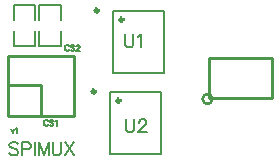
<source format=gto>
G04 Layer: TopSilkscreenLayer*
G04 EasyEDA v6.5.37, 2023-10-24 21:26:48*
G04 13e8901b193045539208411a1789d2c4,c6048ea56b6a48849a206ead02f041ac,10*
G04 Gerber Generator version 0.2*
G04 Scale: 100 percent, Rotated: No, Reflected: No *
G04 Dimensions in millimeters *
G04 leading zeros omitted , absolute positions ,4 integer and 5 decimal *
%FSLAX45Y45*%
%MOMM*%

%ADD10C,0.1300*%
%ADD11C,0.1524*%
%ADD12C,0.1520*%
%ADD13C,0.2540*%
%ADD14C,0.3000*%

%LPD*%
D10*
X1253236Y8471915D02*
G01*
X1250950Y8476487D01*
X1246378Y8481060D01*
X1241805Y8483345D01*
X1232915Y8483345D01*
X1228344Y8481060D01*
X1223771Y8476487D01*
X1221486Y8471915D01*
X1219200Y8465058D01*
X1219200Y8453628D01*
X1221486Y8446770D01*
X1223771Y8442452D01*
X1228344Y8437879D01*
X1232915Y8435594D01*
X1241805Y8435594D01*
X1246378Y8437879D01*
X1250950Y8442452D01*
X1253236Y8446770D01*
X1300226Y8476487D02*
G01*
X1295654Y8481060D01*
X1288795Y8483345D01*
X1279652Y8483345D01*
X1272794Y8481060D01*
X1268221Y8476487D01*
X1268221Y8471915D01*
X1270507Y8467344D01*
X1272794Y8465058D01*
X1277365Y8462771D01*
X1291081Y8458200D01*
X1295654Y8455913D01*
X1297939Y8453628D01*
X1300226Y8449055D01*
X1300226Y8442452D01*
X1295654Y8437879D01*
X1288795Y8435594D01*
X1279652Y8435594D01*
X1272794Y8437879D01*
X1268221Y8442452D01*
X1317497Y8471915D02*
G01*
X1317497Y8474202D01*
X1319529Y8478774D01*
X1321815Y8481060D01*
X1326387Y8483345D01*
X1335531Y8483345D01*
X1340104Y8481060D01*
X1342389Y8478774D01*
X1344676Y8474202D01*
X1344676Y8469629D01*
X1342389Y8465058D01*
X1337818Y8458200D01*
X1315212Y8435594D01*
X1346962Y8435594D01*
X1075436Y7836915D02*
G01*
X1073150Y7841487D01*
X1068578Y7846060D01*
X1064005Y7848345D01*
X1055115Y7848345D01*
X1050544Y7846060D01*
X1045971Y7841487D01*
X1043686Y7836915D01*
X1041400Y7830058D01*
X1041400Y7818628D01*
X1043686Y7811770D01*
X1045971Y7807452D01*
X1050544Y7802879D01*
X1055115Y7800594D01*
X1064005Y7800594D01*
X1068578Y7802879D01*
X1073150Y7807452D01*
X1075436Y7811770D01*
X1122426Y7841487D02*
G01*
X1117854Y7846060D01*
X1110995Y7848345D01*
X1101852Y7848345D01*
X1094994Y7846060D01*
X1090421Y7841487D01*
X1090421Y7836915D01*
X1092707Y7832344D01*
X1094994Y7830058D01*
X1099565Y7827771D01*
X1113281Y7823200D01*
X1117854Y7820913D01*
X1120139Y7818628D01*
X1122426Y7814055D01*
X1122426Y7807452D01*
X1117854Y7802879D01*
X1110995Y7800594D01*
X1101852Y7800594D01*
X1094994Y7802879D01*
X1090421Y7807452D01*
X1137412Y7839202D02*
G01*
X1141729Y7841487D01*
X1148587Y7848345D01*
X1148587Y7800594D01*
D11*
X1734022Y7853591D02*
G01*
X1734022Y7775613D01*
X1739102Y7760119D01*
X1749516Y7749705D01*
X1765264Y7744625D01*
X1775678Y7744625D01*
X1791172Y7749705D01*
X1801586Y7760119D01*
X1806666Y7775613D01*
X1806666Y7853591D01*
X1846290Y7827683D02*
G01*
X1846290Y7832763D01*
X1851370Y7843177D01*
X1856704Y7848511D01*
X1867118Y7853591D01*
X1887692Y7853591D01*
X1898106Y7848511D01*
X1903440Y7843177D01*
X1908520Y7832763D01*
X1908520Y7822349D01*
X1903440Y7811935D01*
X1893026Y7796441D01*
X1840956Y7744625D01*
X1913854Y7744625D01*
D10*
X762000Y7768844D02*
G01*
X775715Y7737094D01*
X789178Y7768844D02*
G01*
X775715Y7737094D01*
X804163Y7775702D02*
G01*
X808736Y7777987D01*
X815594Y7784845D01*
X815594Y7737094D01*
D11*
X1727200Y8573515D02*
G01*
X1727200Y8495537D01*
X1732279Y8480044D01*
X1742694Y8469629D01*
X1758442Y8464550D01*
X1768855Y8464550D01*
X1784350Y8469629D01*
X1794763Y8480044D01*
X1799844Y8495537D01*
X1799844Y8573515D01*
X1834134Y8552687D02*
G01*
X1844547Y8558021D01*
X1860295Y8573515D01*
X1860295Y8464550D01*
D12*
X821944Y7643621D02*
G01*
X811529Y7654036D01*
X796036Y7659115D01*
X775207Y7659115D01*
X759713Y7654036D01*
X749300Y7643621D01*
X749300Y7633208D01*
X754379Y7622794D01*
X759713Y7617460D01*
X770128Y7612379D01*
X801370Y7601965D01*
X811529Y7596886D01*
X816863Y7591552D01*
X821944Y7581137D01*
X821944Y7565644D01*
X811529Y7555229D01*
X796036Y7550150D01*
X775207Y7550150D01*
X759713Y7555229D01*
X749300Y7565644D01*
X856234Y7659115D02*
G01*
X856234Y7550150D01*
X856234Y7659115D02*
G01*
X902970Y7659115D01*
X918718Y7654036D01*
X923797Y7648702D01*
X929131Y7638287D01*
X929131Y7622794D01*
X923797Y7612379D01*
X918718Y7607300D01*
X902970Y7601965D01*
X856234Y7601965D01*
X963421Y7659115D02*
G01*
X963421Y7550150D01*
X997712Y7659115D02*
G01*
X997712Y7550150D01*
X997712Y7659115D02*
G01*
X1039113Y7550150D01*
X1080770Y7659115D02*
G01*
X1039113Y7550150D01*
X1080770Y7659115D02*
G01*
X1080770Y7550150D01*
X1115060Y7659115D02*
G01*
X1115060Y7581137D01*
X1120139Y7565644D01*
X1130554Y7555229D01*
X1146302Y7550150D01*
X1156715Y7550150D01*
X1172210Y7555229D01*
X1182623Y7565644D01*
X1187704Y7581137D01*
X1187704Y7659115D01*
X1221994Y7659115D02*
G01*
X1294892Y7550150D01*
X1294892Y7659115D02*
G01*
X1221994Y7550150D01*
D11*
X968009Y8696319D02*
G01*
X968009Y8824813D01*
X784590Y8824813D01*
X784590Y8696319D01*
X968009Y8601080D02*
G01*
X968009Y8472586D01*
X784590Y8472586D01*
X784590Y8601080D01*
X1183909Y8696319D02*
G01*
X1183909Y8824813D01*
X1000490Y8824813D01*
X1000490Y8696319D01*
X1183909Y8601080D02*
G01*
X1183909Y8472586D01*
X1000490Y8472586D01*
X1000490Y8601080D01*
X1623860Y8772870D02*
G01*
X2059139Y8772870D01*
X2059139Y8245129D01*
X1623860Y8245129D01*
X1623860Y8772870D01*
X1598460Y8087070D02*
G01*
X2033739Y8087070D01*
X2033739Y7559329D01*
X1598460Y7559329D01*
X1598460Y8087070D01*
D13*
X1292999Y8394700D02*
G01*
X1292999Y7886700D01*
X739000Y8394700D02*
G01*
X1292999Y8394700D01*
X739000Y7886700D02*
G01*
X1292999Y7886700D01*
X739000Y8141406D02*
G01*
X1016000Y8141406D01*
X1016000Y7886700D01*
X739000Y8394700D02*
G01*
X739000Y7886700D01*
X2436799Y8376005D02*
G01*
X2969412Y8376005D01*
X2969412Y8033994D01*
X2436799Y8033994D01*
X2436799Y8376005D01*
G75*
G01
X2465857Y8026400D02*
G03X2465857Y8026400I-40157J0D01*
D14*
G75*
G01
X1714119Y8699500D02*
G03X1714119Y8699500I-15011J0D01*
G75*
G01
X1503502Y8776233D02*
G03X1503502Y8776233I-15011J0D01*
G75*
G01
X1688719Y8013700D02*
G03X1688719Y8013700I-15011J0D01*
G75*
G01
X1478102Y8090433D02*
G03X1478102Y8090433I-15011J0D01*
M02*

</source>
